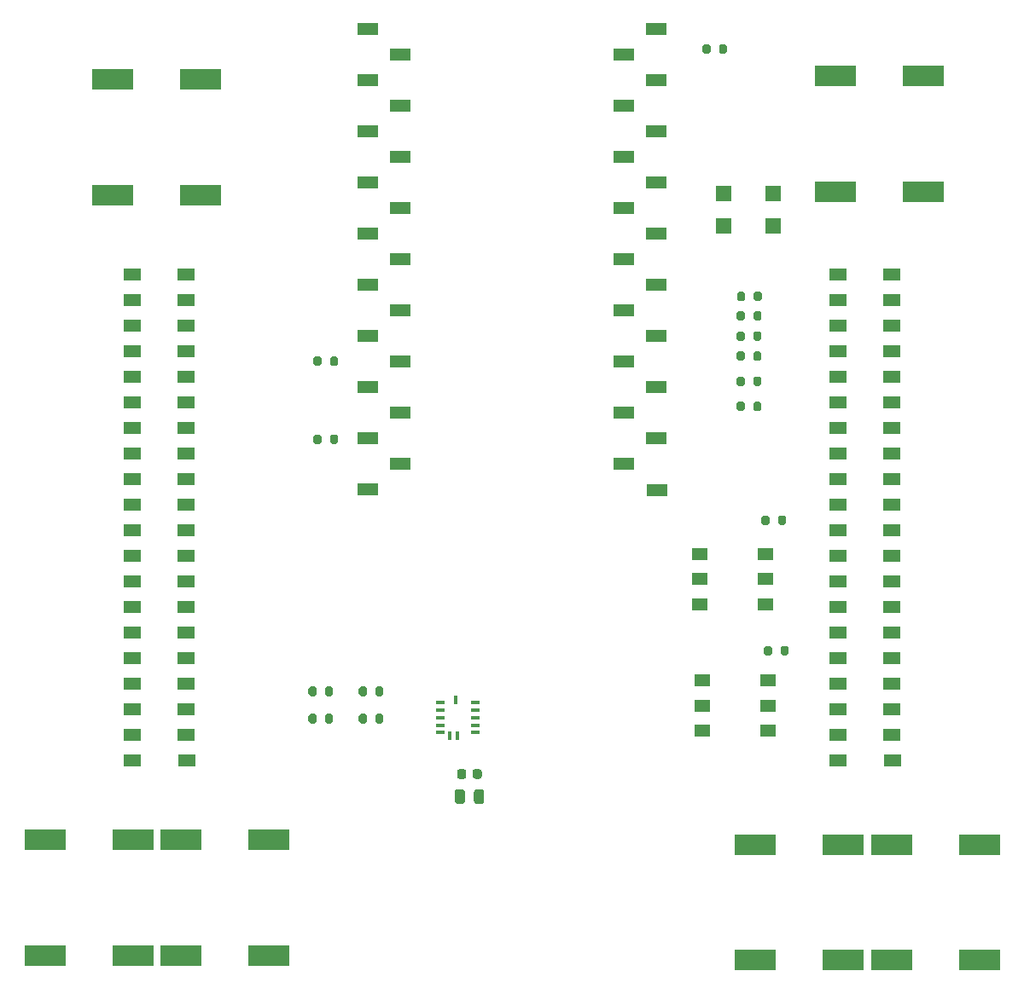
<source format=gbr>
%TF.GenerationSoftware,KiCad,Pcbnew,(5.1.9)-1*%
%TF.CreationDate,2021-10-25T22:56:29-04:00*%
%TF.ProjectId,ESP backpack,45535020-6261-4636-9b70-61636b2e6b69,rev?*%
%TF.SameCoordinates,Original*%
%TF.FileFunction,Paste,Top*%
%TF.FilePolarity,Positive*%
%FSLAX46Y46*%
G04 Gerber Fmt 4.6, Leading zero omitted, Abs format (unit mm)*
G04 Created by KiCad (PCBNEW (5.1.9)-1) date 2021-10-25 22:56:29*
%MOMM*%
%LPD*%
G01*
G04 APERTURE LIST*
%ADD10R,1.500000X1.200000*%
%ADD11R,1.500000X1.500000*%
%ADD12R,2.000000X1.200000*%
%ADD13R,2.150000X1.200000*%
%ADD14R,1.778000X1.270000*%
%ADD15R,4.100000X2.000000*%
%ADD16R,0.805000X0.350000*%
%ADD17R,0.400000X0.805000*%
G04 APERTURE END LIST*
D10*
%TO.C,S1*%
X75132000Y-53634000D03*
X75132000Y-56134000D03*
X75132000Y-58634000D03*
X68632000Y-53634000D03*
X68632000Y-56134000D03*
X68632000Y-58634000D03*
%TD*%
D11*
%TO.C,D1*%
X75856000Y-17831000D03*
X75856000Y-21031000D03*
X70956000Y-21031000D03*
X70956000Y-17831000D03*
%TD*%
D12*
%TO.C,U1*%
X64400000Y-47300000D03*
D13*
X61100000Y-44725000D03*
X61100000Y-39645000D03*
X61100000Y-34565000D03*
X61100000Y-29485000D03*
X61100000Y-24405000D03*
X61100000Y-19325000D03*
X61100000Y-14245000D03*
X61100000Y-9165000D03*
X61100000Y-4085000D03*
X64300000Y-42175000D03*
X64300000Y-37095000D03*
X64300000Y-32015000D03*
X64300000Y-26935000D03*
X64300000Y-21855000D03*
X64300000Y-16775000D03*
X64300000Y-11695000D03*
X64300000Y-6615000D03*
X64300000Y-1535000D03*
X35700000Y-1550000D03*
X38900000Y-4075000D03*
X38900000Y-9155000D03*
X38900000Y-44715000D03*
X38900000Y-24395000D03*
X35700000Y-6625000D03*
X38900000Y-39635000D03*
X38900000Y-14235000D03*
X38900000Y-19315000D03*
X38900000Y-34555000D03*
X38900000Y-29475000D03*
X35700000Y-26945000D03*
X35700000Y-11705000D03*
X35700000Y-42185000D03*
X35700000Y-21865000D03*
X35700000Y-16785000D03*
X35700000Y-37105000D03*
X35700000Y-47265000D03*
X35700000Y-32025000D03*
%TD*%
D14*
%TO.C,J1*%
X12300000Y-74130000D03*
X17700000Y-74130000D03*
X12280000Y-71590000D03*
X17670000Y-71590000D03*
X12280000Y-69050000D03*
X17670000Y-69050000D03*
X12280000Y-66510000D03*
X17670000Y-66510000D03*
X12280000Y-63970000D03*
X17670000Y-63970000D03*
X12280000Y-61430000D03*
X17670000Y-61430000D03*
X12280000Y-58890000D03*
X17670000Y-58890000D03*
X12280000Y-56350000D03*
X17670000Y-56350000D03*
X12280000Y-53810000D03*
X17670000Y-53810000D03*
X12280000Y-51270000D03*
X17670000Y-51270000D03*
X12280000Y-48730000D03*
X17670000Y-48730000D03*
X12280000Y-46190000D03*
X17670000Y-46190000D03*
X12280000Y-43650000D03*
X17670000Y-43650000D03*
X12280000Y-41110000D03*
X17670000Y-41110000D03*
X12280000Y-38570000D03*
X17670000Y-38570000D03*
X12280000Y-36030000D03*
X17670000Y-36030000D03*
X12280000Y-33490000D03*
X17670000Y-33490000D03*
X12280000Y-30950000D03*
X17670000Y-30950000D03*
X12280000Y-28410000D03*
X17670000Y-28410000D03*
X12280000Y-25870000D03*
X17670000Y-25870000D03*
%TD*%
%TO.C,J2*%
X87670000Y-25870000D03*
X82280000Y-25870000D03*
X87670000Y-28410000D03*
X82280000Y-28410000D03*
X87670000Y-30950000D03*
X82280000Y-30950000D03*
X87670000Y-33490000D03*
X82280000Y-33490000D03*
X87670000Y-36030000D03*
X82280000Y-36030000D03*
X87670000Y-38570000D03*
X82280000Y-38570000D03*
X87670000Y-41110000D03*
X82280000Y-41110000D03*
X87670000Y-43650000D03*
X82280000Y-43650000D03*
X87670000Y-46190000D03*
X82280000Y-46190000D03*
X87670000Y-48730000D03*
X82280000Y-48730000D03*
X87670000Y-51270000D03*
X82280000Y-51270000D03*
X87670000Y-53810000D03*
X82280000Y-53810000D03*
X87670000Y-56350000D03*
X82280000Y-56350000D03*
X87670000Y-58890000D03*
X82280000Y-58890000D03*
X87670000Y-61430000D03*
X82280000Y-61430000D03*
X87670000Y-63970000D03*
X82280000Y-63970000D03*
X87670000Y-66510000D03*
X82280000Y-66510000D03*
X87670000Y-69050000D03*
X82280000Y-69050000D03*
X87670000Y-71590000D03*
X82280000Y-71590000D03*
X87700000Y-74130000D03*
X82300000Y-74130000D03*
%TD*%
D15*
%TO.C,C6*%
X19050000Y-6500000D03*
X10350000Y-6500000D03*
%TD*%
%TO.C,C1*%
G36*
G01*
X46975000Y-75250000D02*
X46975000Y-75750000D01*
G75*
G02*
X46750000Y-75975000I-225000J0D01*
G01*
X46300000Y-75975000D01*
G75*
G02*
X46075000Y-75750000I0J225000D01*
G01*
X46075000Y-75250000D01*
G75*
G02*
X46300000Y-75025000I225000J0D01*
G01*
X46750000Y-75025000D01*
G75*
G02*
X46975000Y-75250000I0J-225000D01*
G01*
G37*
G36*
G01*
X45425000Y-75250000D02*
X45425000Y-75750000D01*
G75*
G02*
X45200000Y-75975000I-225000J0D01*
G01*
X44750000Y-75975000D01*
G75*
G02*
X44525000Y-75750000I0J225000D01*
G01*
X44525000Y-75250000D01*
G75*
G02*
X44750000Y-75025000I225000J0D01*
G01*
X45200000Y-75025000D01*
G75*
G02*
X45425000Y-75250000I0J-225000D01*
G01*
G37*
%TD*%
%TO.C,C2*%
G36*
G01*
X47200000Y-77275000D02*
X47200000Y-78225000D01*
G75*
G02*
X46950000Y-78475000I-250000J0D01*
G01*
X46450000Y-78475000D01*
G75*
G02*
X46200000Y-78225000I0J250000D01*
G01*
X46200000Y-77275000D01*
G75*
G02*
X46450000Y-77025000I250000J0D01*
G01*
X46950000Y-77025000D01*
G75*
G02*
X47200000Y-77275000I0J-250000D01*
G01*
G37*
G36*
G01*
X45300000Y-77275000D02*
X45300000Y-78225000D01*
G75*
G02*
X45050000Y-78475000I-250000J0D01*
G01*
X44550000Y-78475000D01*
G75*
G02*
X44300000Y-78225000I0J250000D01*
G01*
X44300000Y-77275000D01*
G75*
G02*
X44550000Y-77025000I250000J0D01*
G01*
X45050000Y-77025000D01*
G75*
G02*
X45300000Y-77275000I0J-250000D01*
G01*
G37*
%TD*%
%TO.C,C3*%
X82850000Y-82500000D03*
X74150000Y-82500000D03*
%TD*%
%TO.C,C4*%
X90750000Y-17700000D03*
X82050000Y-17700000D03*
%TD*%
%TO.C,C5*%
X19050000Y-18000000D03*
X10350000Y-18000000D03*
%TD*%
%TO.C,C7*%
X12350000Y-82000000D03*
X3650000Y-82000000D03*
%TD*%
%TO.C,C8*%
X96350000Y-82500000D03*
X87650000Y-82500000D03*
%TD*%
%TO.C,C9*%
X17150000Y-82000000D03*
X25850000Y-82000000D03*
%TD*%
%TO.C,C10*%
X3650000Y-93500000D03*
X12350000Y-93500000D03*
%TD*%
%TO.C,C11*%
X87650000Y-94000000D03*
X96350000Y-94000000D03*
%TD*%
%TO.C,C12*%
X90750000Y-6200000D03*
X82050000Y-6200000D03*
%TD*%
%TO.C,ExtPower1*%
G36*
G01*
X69675000Y-3225000D02*
X69675000Y-3775000D01*
G75*
G02*
X69475000Y-3975000I-200000J0D01*
G01*
X69075000Y-3975000D01*
G75*
G02*
X68875000Y-3775000I0J200000D01*
G01*
X68875000Y-3225000D01*
G75*
G02*
X69075000Y-3025000I200000J0D01*
G01*
X69475000Y-3025000D01*
G75*
G02*
X69675000Y-3225000I0J-200000D01*
G01*
G37*
G36*
G01*
X71325000Y-3225000D02*
X71325000Y-3775000D01*
G75*
G02*
X71125000Y-3975000I-200000J0D01*
G01*
X70725000Y-3975000D01*
G75*
G02*
X70525000Y-3775000I0J200000D01*
G01*
X70525000Y-3225000D01*
G75*
G02*
X70725000Y-3025000I200000J0D01*
G01*
X71125000Y-3025000D01*
G75*
G02*
X71325000Y-3225000I0J-200000D01*
G01*
G37*
%TD*%
%TO.C,R2*%
G36*
G01*
X32725000Y-41975000D02*
X32725000Y-42525000D01*
G75*
G02*
X32525000Y-42725000I-200000J0D01*
G01*
X32125000Y-42725000D01*
G75*
G02*
X31925000Y-42525000I0J200000D01*
G01*
X31925000Y-41975000D01*
G75*
G02*
X32125000Y-41775000I200000J0D01*
G01*
X32525000Y-41775000D01*
G75*
G02*
X32725000Y-41975000I0J-200000D01*
G01*
G37*
G36*
G01*
X31075000Y-41975000D02*
X31075000Y-42525000D01*
G75*
G02*
X30875000Y-42725000I-200000J0D01*
G01*
X30475000Y-42725000D01*
G75*
G02*
X30275000Y-42525000I0J200000D01*
G01*
X30275000Y-41975000D01*
G75*
G02*
X30475000Y-41775000I200000J0D01*
G01*
X30875000Y-41775000D01*
G75*
G02*
X31075000Y-41975000I0J-200000D01*
G01*
G37*
%TD*%
%TO.C,R7*%
G36*
G01*
X72275000Y-39275000D02*
X72275000Y-38725000D01*
G75*
G02*
X72475000Y-38525000I200000J0D01*
G01*
X72875000Y-38525000D01*
G75*
G02*
X73075000Y-38725000I0J-200000D01*
G01*
X73075000Y-39275000D01*
G75*
G02*
X72875000Y-39475000I-200000J0D01*
G01*
X72475000Y-39475000D01*
G75*
G02*
X72275000Y-39275000I0J200000D01*
G01*
G37*
G36*
G01*
X73925000Y-39275000D02*
X73925000Y-38725000D01*
G75*
G02*
X74125000Y-38525000I200000J0D01*
G01*
X74525000Y-38525000D01*
G75*
G02*
X74725000Y-38725000I0J-200000D01*
G01*
X74725000Y-39275000D01*
G75*
G02*
X74525000Y-39475000I-200000J0D01*
G01*
X74125000Y-39475000D01*
G75*
G02*
X73925000Y-39275000I0J200000D01*
G01*
G37*
%TD*%
%TO.C,R6*%
G36*
G01*
X73925000Y-36775000D02*
X73925000Y-36225000D01*
G75*
G02*
X74125000Y-36025000I200000J0D01*
G01*
X74525000Y-36025000D01*
G75*
G02*
X74725000Y-36225000I0J-200000D01*
G01*
X74725000Y-36775000D01*
G75*
G02*
X74525000Y-36975000I-200000J0D01*
G01*
X74125000Y-36975000D01*
G75*
G02*
X73925000Y-36775000I0J200000D01*
G01*
G37*
G36*
G01*
X72275000Y-36775000D02*
X72275000Y-36225000D01*
G75*
G02*
X72475000Y-36025000I200000J0D01*
G01*
X72875000Y-36025000D01*
G75*
G02*
X73075000Y-36225000I0J-200000D01*
G01*
X73075000Y-36775000D01*
G75*
G02*
X72875000Y-36975000I-200000J0D01*
G01*
X72475000Y-36975000D01*
G75*
G02*
X72275000Y-36775000I0J200000D01*
G01*
G37*
%TD*%
%TO.C,R1*%
G36*
G01*
X31075000Y-34225000D02*
X31075000Y-34775000D01*
G75*
G02*
X30875000Y-34975000I-200000J0D01*
G01*
X30475000Y-34975000D01*
G75*
G02*
X30275000Y-34775000I0J200000D01*
G01*
X30275000Y-34225000D01*
G75*
G02*
X30475000Y-34025000I200000J0D01*
G01*
X30875000Y-34025000D01*
G75*
G02*
X31075000Y-34225000I0J-200000D01*
G01*
G37*
G36*
G01*
X32725000Y-34225000D02*
X32725000Y-34775000D01*
G75*
G02*
X32525000Y-34975000I-200000J0D01*
G01*
X32125000Y-34975000D01*
G75*
G02*
X31925000Y-34775000I0J200000D01*
G01*
X31925000Y-34225000D01*
G75*
G02*
X32125000Y-34025000I200000J0D01*
G01*
X32525000Y-34025000D01*
G75*
G02*
X32725000Y-34225000I0J-200000D01*
G01*
G37*
%TD*%
%TO.C,R5*%
G36*
G01*
X73925000Y-34275000D02*
X73925000Y-33725000D01*
G75*
G02*
X74125000Y-33525000I200000J0D01*
G01*
X74525000Y-33525000D01*
G75*
G02*
X74725000Y-33725000I0J-200000D01*
G01*
X74725000Y-34275000D01*
G75*
G02*
X74525000Y-34475000I-200000J0D01*
G01*
X74125000Y-34475000D01*
G75*
G02*
X73925000Y-34275000I0J200000D01*
G01*
G37*
G36*
G01*
X72275000Y-34275000D02*
X72275000Y-33725000D01*
G75*
G02*
X72475000Y-33525000I200000J0D01*
G01*
X72875000Y-33525000D01*
G75*
G02*
X73075000Y-33725000I0J-200000D01*
G01*
X73075000Y-34275000D01*
G75*
G02*
X72875000Y-34475000I-200000J0D01*
G01*
X72475000Y-34475000D01*
G75*
G02*
X72275000Y-34275000I0J200000D01*
G01*
G37*
%TD*%
%TO.C,R4*%
G36*
G01*
X72275000Y-32275000D02*
X72275000Y-31725000D01*
G75*
G02*
X72475000Y-31525000I200000J0D01*
G01*
X72875000Y-31525000D01*
G75*
G02*
X73075000Y-31725000I0J-200000D01*
G01*
X73075000Y-32275000D01*
G75*
G02*
X72875000Y-32475000I-200000J0D01*
G01*
X72475000Y-32475000D01*
G75*
G02*
X72275000Y-32275000I0J200000D01*
G01*
G37*
G36*
G01*
X73925000Y-32275000D02*
X73925000Y-31725000D01*
G75*
G02*
X74125000Y-31525000I200000J0D01*
G01*
X74525000Y-31525000D01*
G75*
G02*
X74725000Y-31725000I0J-200000D01*
G01*
X74725000Y-32275000D01*
G75*
G02*
X74525000Y-32475000I-200000J0D01*
G01*
X74125000Y-32475000D01*
G75*
G02*
X73925000Y-32275000I0J200000D01*
G01*
G37*
%TD*%
%TO.C,R3*%
G36*
G01*
X72275000Y-30275000D02*
X72275000Y-29725000D01*
G75*
G02*
X72475000Y-29525000I200000J0D01*
G01*
X72875000Y-29525000D01*
G75*
G02*
X73075000Y-29725000I0J-200000D01*
G01*
X73075000Y-30275000D01*
G75*
G02*
X72875000Y-30475000I-200000J0D01*
G01*
X72475000Y-30475000D01*
G75*
G02*
X72275000Y-30275000I0J200000D01*
G01*
G37*
G36*
G01*
X73925000Y-30275000D02*
X73925000Y-29725000D01*
G75*
G02*
X74125000Y-29525000I200000J0D01*
G01*
X74525000Y-29525000D01*
G75*
G02*
X74725000Y-29725000I0J-200000D01*
G01*
X74725000Y-30275000D01*
G75*
G02*
X74525000Y-30475000I-200000J0D01*
G01*
X74125000Y-30475000D01*
G75*
G02*
X73925000Y-30275000I0J200000D01*
G01*
G37*
%TD*%
%TO.C,SCL1*%
G36*
G01*
X36425000Y-67575000D02*
X36425000Y-67025000D01*
G75*
G02*
X36625000Y-66825000I200000J0D01*
G01*
X37025000Y-66825000D01*
G75*
G02*
X37225000Y-67025000I0J-200000D01*
G01*
X37225000Y-67575000D01*
G75*
G02*
X37025000Y-67775000I-200000J0D01*
G01*
X36625000Y-67775000D01*
G75*
G02*
X36425000Y-67575000I0J200000D01*
G01*
G37*
G36*
G01*
X34775000Y-67575000D02*
X34775000Y-67025000D01*
G75*
G02*
X34975000Y-66825000I200000J0D01*
G01*
X35375000Y-66825000D01*
G75*
G02*
X35575000Y-67025000I0J-200000D01*
G01*
X35575000Y-67575000D01*
G75*
G02*
X35375000Y-67775000I-200000J0D01*
G01*
X34975000Y-67775000D01*
G75*
G02*
X34775000Y-67575000I0J200000D01*
G01*
G37*
%TD*%
%TO.C,SCL_EXT1*%
G36*
G01*
X31425000Y-67575000D02*
X31425000Y-67025000D01*
G75*
G02*
X31625000Y-66825000I200000J0D01*
G01*
X32025000Y-66825000D01*
G75*
G02*
X32225000Y-67025000I0J-200000D01*
G01*
X32225000Y-67575000D01*
G75*
G02*
X32025000Y-67775000I-200000J0D01*
G01*
X31625000Y-67775000D01*
G75*
G02*
X31425000Y-67575000I0J200000D01*
G01*
G37*
G36*
G01*
X29775000Y-67575000D02*
X29775000Y-67025000D01*
G75*
G02*
X29975000Y-66825000I200000J0D01*
G01*
X30375000Y-66825000D01*
G75*
G02*
X30575000Y-67025000I0J-200000D01*
G01*
X30575000Y-67575000D01*
G75*
G02*
X30375000Y-67775000I-200000J0D01*
G01*
X29975000Y-67775000D01*
G75*
G02*
X29775000Y-67575000I0J200000D01*
G01*
G37*
%TD*%
%TO.C,SDA1*%
G36*
G01*
X34775000Y-70275000D02*
X34775000Y-69725000D01*
G75*
G02*
X34975000Y-69525000I200000J0D01*
G01*
X35375000Y-69525000D01*
G75*
G02*
X35575000Y-69725000I0J-200000D01*
G01*
X35575000Y-70275000D01*
G75*
G02*
X35375000Y-70475000I-200000J0D01*
G01*
X34975000Y-70475000D01*
G75*
G02*
X34775000Y-70275000I0J200000D01*
G01*
G37*
G36*
G01*
X36425000Y-70275000D02*
X36425000Y-69725000D01*
G75*
G02*
X36625000Y-69525000I200000J0D01*
G01*
X37025000Y-69525000D01*
G75*
G02*
X37225000Y-69725000I0J-200000D01*
G01*
X37225000Y-70275000D01*
G75*
G02*
X37025000Y-70475000I-200000J0D01*
G01*
X36625000Y-70475000D01*
G75*
G02*
X36425000Y-70275000I0J200000D01*
G01*
G37*
%TD*%
%TO.C,SDA_EXT1*%
G36*
G01*
X29775000Y-70275000D02*
X29775000Y-69725000D01*
G75*
G02*
X29975000Y-69525000I200000J0D01*
G01*
X30375000Y-69525000D01*
G75*
G02*
X30575000Y-69725000I0J-200000D01*
G01*
X30575000Y-70275000D01*
G75*
G02*
X30375000Y-70475000I-200000J0D01*
G01*
X29975000Y-70475000D01*
G75*
G02*
X29775000Y-70275000I0J200000D01*
G01*
G37*
G36*
G01*
X31425000Y-70275000D02*
X31425000Y-69725000D01*
G75*
G02*
X31625000Y-69525000I200000J0D01*
G01*
X32025000Y-69525000D01*
G75*
G02*
X32225000Y-69725000I0J-200000D01*
G01*
X32225000Y-70275000D01*
G75*
G02*
X32025000Y-70475000I-200000J0D01*
G01*
X31625000Y-70475000D01*
G75*
G02*
X31425000Y-70275000I0J200000D01*
G01*
G37*
%TD*%
D16*
%TO.C,U2*%
X42832500Y-68400000D03*
X42832500Y-69900000D03*
X42832500Y-69150000D03*
X42832500Y-70650000D03*
X42832500Y-71400000D03*
X46372500Y-68400000D03*
X46372500Y-69150000D03*
X46372500Y-69900000D03*
X46372500Y-70650000D03*
X46372500Y-71400000D03*
D17*
X44425000Y-68127500D03*
X44600000Y-71672500D03*
X43800000Y-71672500D03*
%TD*%
D15*
%TO.C,C13*%
X25850000Y-93500000D03*
X17150000Y-93500000D03*
%TD*%
%TO.C,C14*%
X82850000Y-94000000D03*
X74150000Y-94000000D03*
%TD*%
%TO.C,R8*%
G36*
G01*
X74721000Y-50567000D02*
X74721000Y-50017000D01*
G75*
G02*
X74921000Y-49817000I200000J0D01*
G01*
X75321000Y-49817000D01*
G75*
G02*
X75521000Y-50017000I0J-200000D01*
G01*
X75521000Y-50567000D01*
G75*
G02*
X75321000Y-50767000I-200000J0D01*
G01*
X74921000Y-50767000D01*
G75*
G02*
X74721000Y-50567000I0J200000D01*
G01*
G37*
G36*
G01*
X76371000Y-50567000D02*
X76371000Y-50017000D01*
G75*
G02*
X76571000Y-49817000I200000J0D01*
G01*
X76971000Y-49817000D01*
G75*
G02*
X77171000Y-50017000I0J-200000D01*
G01*
X77171000Y-50567000D01*
G75*
G02*
X76971000Y-50767000I-200000J0D01*
G01*
X76571000Y-50767000D01*
G75*
G02*
X76371000Y-50567000I0J200000D01*
G01*
G37*
%TD*%
%TO.C,R9*%
G36*
G01*
X76625000Y-63521000D02*
X76625000Y-62971000D01*
G75*
G02*
X76825000Y-62771000I200000J0D01*
G01*
X77225000Y-62771000D01*
G75*
G02*
X77425000Y-62971000I0J-200000D01*
G01*
X77425000Y-63521000D01*
G75*
G02*
X77225000Y-63721000I-200000J0D01*
G01*
X76825000Y-63721000D01*
G75*
G02*
X76625000Y-63521000I0J200000D01*
G01*
G37*
G36*
G01*
X74975000Y-63521000D02*
X74975000Y-62971000D01*
G75*
G02*
X75175000Y-62771000I200000J0D01*
G01*
X75575000Y-62771000D01*
G75*
G02*
X75775000Y-62971000I0J-200000D01*
G01*
X75775000Y-63521000D01*
G75*
G02*
X75575000Y-63721000I-200000J0D01*
G01*
X75175000Y-63721000D01*
G75*
G02*
X74975000Y-63521000I0J200000D01*
G01*
G37*
%TD*%
%TO.C,R10*%
G36*
G01*
X72308000Y-28342000D02*
X72308000Y-27792000D01*
G75*
G02*
X72508000Y-27592000I200000J0D01*
G01*
X72908000Y-27592000D01*
G75*
G02*
X73108000Y-27792000I0J-200000D01*
G01*
X73108000Y-28342000D01*
G75*
G02*
X72908000Y-28542000I-200000J0D01*
G01*
X72508000Y-28542000D01*
G75*
G02*
X72308000Y-28342000I0J200000D01*
G01*
G37*
G36*
G01*
X73958000Y-28342000D02*
X73958000Y-27792000D01*
G75*
G02*
X74158000Y-27592000I200000J0D01*
G01*
X74558000Y-27592000D01*
G75*
G02*
X74758000Y-27792000I0J-200000D01*
G01*
X74758000Y-28342000D01*
G75*
G02*
X74558000Y-28542000I-200000J0D01*
G01*
X74158000Y-28542000D01*
G75*
G02*
X73958000Y-28342000I0J200000D01*
G01*
G37*
%TD*%
D10*
%TO.C,S2*%
X75386000Y-66207000D03*
X75386000Y-68707000D03*
X75386000Y-71207000D03*
X68886000Y-66207000D03*
X68886000Y-68707000D03*
X68886000Y-71207000D03*
%TD*%
M02*

</source>
